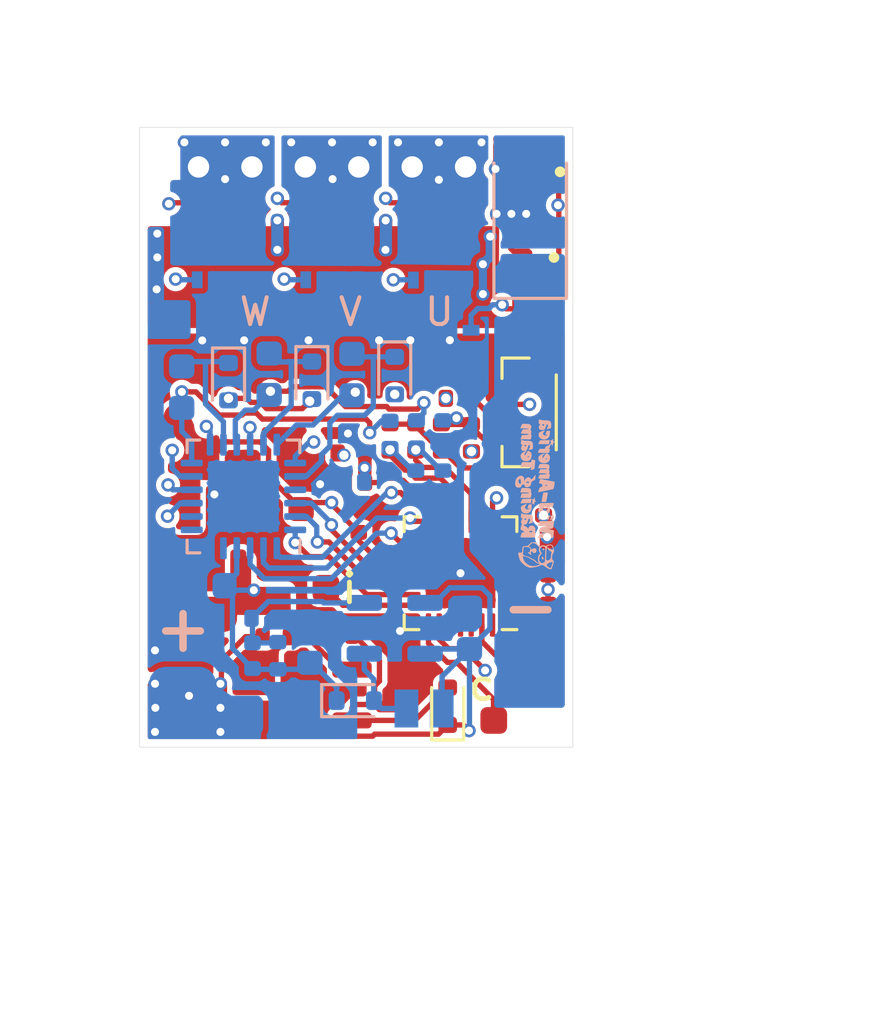
<source format=kicad_pcb>
(kicad_pcb (version 20221018) (generator pcbnew)
  (layers (0 "F.Cu" signal) (1 "In1.Cu" signal) (2 "In2.Cu" signal) (31 "B.Cu" signal) (34 "B.Paste" user) (35 "F.Paste" user) (36 "B.SilkS" user "B.Silkscreen") (37 "F.SilkS" user "F.Silkscreen") (38 "B.Mask" user) (39 "F.Mask" user) (44 "Edge.Cuts" user))
  (net 0 "")
  (net 1 "SVIN")
  (net 2 "GND")
  (net 3 "VCC")
  (net 4 "Net-(U1-FB)")
  (net 5 "VDC")
  (net 6 "VDD")
  (net 7 "Net-(D5-K)")
  (net 8 "Net-(D6-K)")
  (net 9 "Net-(D7-K)")
  (net 10 "VBUS")
  (net 11 "Net-(D1-A)")
  (net 12 "Net-(D2A-A)")
  (net 13 "Net-(D2A-K)")
  (net 14 "Net-(D2C-K)")
  (net 15 "GND1")
  (net 16 "Net-(D4-A)")
  (net 17 "U")
  (net 18 "V")
  (net 19 "W")
  (net 20 "Net-(J6-Pin_1)")
  (net 21 "Net-(J7-Pin_1)")
  (net 22 "Net-(Q1-B)")
  (net 23 "Net-(Q2B-E2)")
  (net 24 "Net-(Q2A-C1)")
  (net 25 "Net-(Q5-G)")
  (net 26 "Net-(Q6-G)")
  (net 27 "Net-(Q7-G)")
  (net 28 "Net-(Q8-G)")
  (net 29 "Net-(Q9-G)")
  (net 30 "Net-(Q10-G)")
  (net 31 "UE")
  (net 32 "VE")
  (net 33 "WE")
  (net 34 "S0")
  (net 35 "Net-(U4-NRST)")
  (net 36 "Net-(U4-PA15)")
  (net 37 "Net-(U4-PA2)")
  (net 38 "Net-(U4-PB6)")
  (net 40 "UL")
  (net 41 "VL")
  (net 42 "WL")
  (net 47 "UH")
  (net 48 "VH")
  (net 49 "WH")
  (net 57 "Net-(J4-Pin_1)")
  (net 58 "Net-(J4-Pin_2)")
  (net 59 "Net-(J5-Pin_1)")
  (net 60 "Net-(J1-Pin_1)")
  (footprint "Resistor_SMD:R_0402_1005Metric" (layer "F.Cu") (at 166.925 114.9 -90)
    (fp_text reference "R12" hide)
    (fp_text value "10k")
  )
  (footprint "Resistor_SMD:R_0402_1005Metric" (layer "F.Cu") (at 165 114.9 -90)
    (fp_text reference "R14" hide)
    (fp_text value "10k")
  )
  (footprint "Connector_Wire:SolderWire-0.15sqmm_1x01_D0.5mm_OD1.5mm" (layer "F.Cu") (at 157.83 104.77 -90)
    (fp_text reference "J11" hide)
    (fp_text value "Conn_01x01_Pin")
  )
  (footprint "Diode_SMD:D_SOD-523" (layer "F.Cu") (at 167.16 124.94 90)
    (fp_text reference "D1" hide)
    (fp_text value "BZX584C8V2")
  )
  (footprint "Resistor_SMD:R_0402_1005Metric" (layer "F.Cu") (at 165.9636 114.9 -90)
    (fp_text reference "R13" hide)
    (fp_text value "10k")
  )
  (footprint "TestPoint:TestPoint_Pad_D1.0mm" (layer "F.Cu") (at 157.025 114.125)
    (fp_text reference "TP3" hide)
    (fp_text value "TestPoint_Small")
  )
  (footprint "Resistor_SMD:R_0402_1005Metric" (layer "F.Cu") (at 169.418 123.5202 -90)
    (fp_text reference "R21" hide)
    (fp_text value "1k")
  )
  (footprint "Capacitor_SMD:C_0603_1608Metric" (layer "F.Cu") (at 160.8074 120.3706 90)
    (fp_text reference "C5" hide)
    (fp_text value "1uF")
  )
  (footprint "Capacitor_SMD:C_0603_1608Metric" (layer "F.Cu") (at 158.92 115.82)
    (fp_text reference "C6" hide)
    (fp_text value "2.2uF")
  )
  (footprint "AART11footprints:C_0805_2012Metric_22µF" (layer "F.Cu") (at 167.64 111.252 -90)
    (fp_text reference "C20" hide)
    (fp_text value "22uF")
  )
  (footprint "AART11footprints:C_0805_2012Metric_22µF" (layer "F.Cu") (at 163.9824 111.252 -90)
    (fp_text reference "C18" hide)
    (fp_text value "22uF")
  )
  (footprint "Resistor_SMD:R_0402_1005Metric" (layer "F.Cu") (at 164.09 122.29)
    (fp_text reference "R4" hide)
    (fp_text value "330R")
  )
  (footprint "AART11footprints:HDG 1x04 P0.6 Horizontal" (layer "F.Cu") (at 171.225 113.95 90)
    (fp_text reference "J4" hide)
    (fp_text value "Conn_01x04")
  )
  (footprint "Connector_Wire:SolderWire-0.15sqmm_1x01_D0.5mm_OD1.5mm" (layer "F.Cu") (at 161.83 104.77 -90)
    (fp_text reference "J9" hide)
    (fp_text value "Conn_01x01_Pin")
  )
  (footprint "Connector_Wire:SolderWire-0.15sqmm_1x01_D0.5mm_OD1.5mm" (layer "F.Cu") (at 167.83 104.77 -90)
    (fp_text reference "J2" hide)
    (fp_text value "Conn_01x01_Pin")
  )
  (footprint "Package_TO_SOT_SMD:SOT-363_SC-70-6" (layer "F.Cu") (at 170.175 106.35 -90)
    (fp_text reference "D2" hide)
    (fp_text value "MMBD4448HTW")
  )
  (footprint "Connector_Wire:SolderWire-0.15sqmm_1x01_D0.5mm_OD1.5mm" (layer "F.Cu") (at 159.83 104.77 -90)
    (fp_text reference "J10" hide)
    (fp_text value "Conn_01x01_Pin")
  )
  (footprint "Resistor_SMD:R_0402_1005Metric" (layer "F.Cu") (at 160.74 122.34)
    (fp_text reference "R1" hide)
    (fp_text value "10k")
  )
  (footprint "Capacitor_SMD:C_0805_2012Metric" (layer "F.Cu") (at 157.475 124.4 90)
    (fp_text reference "C11" hide)
    (fp_text value "22uF")
  )
  (footprint "AART11footprints:C_0805_2012Metric_22µF" (layer "F.Cu") (at 156.6672 111.252 -90)
    (fp_text reference "C14" hide)
    (fp_text value "22uF")
  )
  (footprint "Resistor_SMD:R_0402_1005Metric" (layer "F.Cu") (at 170.9166 121.625 -90)
    (fp_text reference "R18" hide)
    (fp_text value "10k")
  )
  (footprint "Package_TO_SOT_SMD:SOT-23" (layer "F.Cu") (at 164.5135 124.52)
    (fp_text reference "Q3" hide)
    (fp_text value "MMBFJ309")
  )
  (footprint "Capacitor_SMD:C_0402_1005Metric" (layer "F.Cu") (at 170.9166 119.55 90)
    (fp_text reference "C22" hide)
    (fp_text value "100nF")
  )
  (footprint "Capacitor_SMD:C_0402_1005Metric" (layer "F.Cu") (at 163.83 117.9576 90)
    (fp_text reference "C23" hide)
    (fp_text value "100nF")
  )
  (footprint "Resistor_SMD:R_0402_1005Metric" (layer "F.Cu") (at 163.5506 115.4684)
    (fp_text reference "R5" hide)
    (fp_text value "10k")
  )
  (footprint "Package_TO_SOT_SMD:SOT-23" (layer "F.Cu") (at 160.6616 124.52)
    (fp_text reference "Q1" hide)
    (fp_text value "FMMT718")
  )
  (footprint "Package_SON:VSON-8_3.3x3.3mm_P0.65mm_NexFET" (layer "F.Cu") (at 158.75 107.55 -90)
    (fp_text reference "Q9" hide)
    (fp_text value "AP90N03Q")
  )
  (footprint "Capacitor_SMD:C_0402_1005Metric" (layer "F.Cu") (at 163.575 116.575 180)
    (fp_text reference "C1" hide)
    (fp_text value "100nF")
  )
  (footprint "Package_SON:VSON-8_3.3x3.3mm_P0.65mm_NexFET" (layer "F.Cu") (at 166.8574 107.55 -90)
    (fp_text reference "Q5" hide)
    (fp_text value "AP90N03Q")
  )
  (footprint "AART11footprints:C_0805_2012Metric_22µF" (layer "F.Cu") (at 165.8112 111.252 -90)
    (fp_text reference "C19" hide)
    (fp_text value "22uF")
  )
  (footprint "AART11footprints:C_0805_2012Metric_22µF" (layer "F.Cu") (at 158.496 111.252 -90)
    (fp_text reference "C15" hide)
    (fp_text value "22uF")
  )
  (footprint "Connector_Wire:SolderWire-0.15sqmm_1x01_D0.5mm_OD1.5mm" (layer "F.Cu") (at 165.83 104.77 -90)
    (fp_text reference "J3" hide)
    (fp_text value "Conn_01x01_Pin")
  )
  (footprint "Resistor_SMD:R_0402_1005Metric" (layer "F.Cu") (at 170.175 111.175 180)
    (fp_text reference "R2" hide)
    (fp_text value "2k2")
  )
  (footprint "TestPoint:TestPoint_Pad_D1.0mm" (layer "F.Cu") (at 158.77 121.66)
    (fp_text reference "TP2" hide)
    (fp_text value "TestPoint_Small")
  )
  (footprint "Resistor_SMD:R_0402_1005Metric" (layer "F.Cu") (at 168.05 114.9 90)
    (fp_text reference "R9" hide)
    (fp_text value "10k")
  )
  (footprint "Resistor_SMD:R_0402_1005Metric" (layer "F.Cu") (at 167.6 113.425)
    (fp_text reference "R20" hide)
    (fp_text value "1k")
  )
  (footprint "Package_DFN_QFN:QFN-28-1EP_4x4mm_P0.4mm_EP2.6x2.6mm" (layer "F.Cu") (at 167.64 119.9642 180)
    (fp_text reference "U4" hide)
    (fp_text value "AT32F421G8U7")
  )
  (footprint "TestPoint:TestPoint_Pad_D1.0mm" (layer "F.Cu") (at 156.45 121.675)
    (fp_text reference "TP1" hide)
    (fp_text value "TestPoint_Small")
  )
  (footprint "TestPoint:TestPoint_Pad_1.0x1.0mm" (layer "F.Cu") (at 170.8912 123.5964 90)
    (fp_text reference "J7" hide)
    (fp_text value "Conn_01x01")
  )
  (footprint "Package_SON:VSON-8_3.3x3.3mm_P0.65mm_NexFET" (layer "F.Cu") (at 162.812 107.549 -90)
    (fp_text reference "Q7" hide)
    (fp_text value "AP90N03Q")
  )
  (footprint "Capacitor_SMD:C_0603_1608Metric" (layer "F.Cu") (at 161.671 116.7892 90)
    (fp_text reference "C21" hide)
    (fp_text value "10uF")
  )
  (footprint "Connector_Wire:SolderWire-0.15sqmm_1x01_D0.5mm_OD1.5mm" (layer "F.Cu") (at 163.83 104.77 -90)
    (fp_text reference "J8" hide)
    (fp_text value "Conn_01x01_Pin")
  )
  (footprint "AART11footprints:Pad0.5" (layer "F.Cu") (at 168.45 116.625)
    (fp_text reference "J1" hide)
    (fp_text value "Conn_01x01_Pin")
  )
  (footprint "Resistor_SMD:R_0402_1005Metric" (layer "F.Cu") (at 170.475 104.175 180)
    (fp_text reference "R3" hide)
    (fp_text value "4k7")
  )
  (footprint "TestPoint:TestPoint_Pad_1.0x1.0mm" (layer "F.Cu") (at 168.8846 125.47 90)
    (fp_text reference "J6" hide)
    (fp_text value "Conn_01x01")
  )
  (footprint "Package_TO_SOT_SMD:SOT-23-5" (layer "F.Cu") (at 158.369 118.6 90)
    (fp_text reference "U2" hide)
    (fp_text value "AP2210K-3.3TRG1")
  )
  (footprint "AART11footprints:C_0805_2012Metric_22µF" (layer "F.Cu") (at 160.3248 111.252 -90)
    (fp_text reference "C16" hide)
    (fp_text value "22uF")
  )
  (footprint "AART11footprints:C_0805_2012Metric_22µF" (layer "F.Cu") (at 162.1536 111.252 -90)
    (fp_text reference "C17" hide)
    (fp_text value "22uF")
  )
  (footprint "Package_TO_SOT_SMD:SOT-563" (layer "F.Cu") (at 170.225 109.325 -90)
    (fp_text reference "Q2" hide)
    (fp_text value "EMZ1T2R")
  )
  (footprint "Resistor_SMD:R_0402_1005Metric" (layer "F.Cu") (at 170.75 117.29 90)
    (fp_text reference "R19" hide)
    (fp_text value "1k")
  )
  (footprint "TestPoint:TestPoint_Pad_1.0x1.0mm" (layer "F.Cu") (at 162.6 120.53 90)
    (fp_text reference "J5" hide)
    (fp_text value "Conn_01x01")
  )
  (footprint "MidA:logo" (layer "B.Cu") (at 170.5 117 180)
    (fp_text reference "G***" hide)
    (fp_text value "LOGO" hide)
  )
  (footprint "Resistor_SMD:R_0402_1005Metric" (layer "B.Cu") (at 165 114.775 -90)
    (fp_text reference "R11" hide)
    (fp_text value "10k")
  )
  (footprint "AART11footprints:L_Sunltech_SLW2010P" (layer "B.Cu") (at 166.275 125.025 180)
    (fp_text reference "L1" hide)
    (fp_text value "10uH")
  )
  (footprint "Resistor_SMD:R_0402_1005Metric" (layer "B.Cu") (at 165.989 114.7572 -90)
    (fp_text reference "R10" hide)
    (fp_text value "10k")
  )
  (footprint "Capacitor_SMD:C_0402_1005Metric" (layer "B.Cu") (at 159.85 123.05 90)
    (fp_text reference "C2" hide)
    (fp_text value "10pF")
  )
  (footprint "Resistor_SMD:R_0402_1005Metric" (layer "B.Cu") (at 160.325 121.65)
    (fp_text reference "R8" hide)
    (fp_text value "10k")
  )
  (footprint "Capacitor_SMD:C_0603_1608Metric" (layer "B.Cu") (at 162 122.54 90)
    (fp_text reference "C3" hide)
    (fp_text value "1uF")
  )
  (footprint "Diode_SMD:D_SOD-523" (layer "B.Cu") (at 163.7 124.73)
    (fp_text reference "D4" hide)
    (fp_text value "RB521SM-40T2R")
  )
  (footprint "TestPoint:TestPoint_Pad_2.5x2.5mm" (layer "B.Cu") (at 170.3 123.475 180)
    (fp_text reference "GND1" hide)
    (fp_text value "TestPoint")
  )
  (footprint "TestPoint:TestPoint_Pad_2.5x2.5mm" (layer "B.Cu") (at 157.23 124.714 180)
    (fp_text reference "+")
    (fp_text value "TestPoint")
  )
  (footprint "Diode_SMD:D_SOD-523" (layer "B.Cu") (at 162.075 112.75 -90)
    (fp_text reference "D6" hide)
    (fp_text value "RB521SM-40T2R")
  )
  (footprint "Package_SON:VSON-8_3.3x3.3mm_P0.65mm_NexFET" (layer "B.Cu") (at 166.8453 107.5612 90)
    (fp_text reference "Q6" hide)
    (fp_text value "AP90N03Q")
  )
  (footprint "Resistor_SMD:R_0402_1005Metric" (layer "B.Cu") (at 163.525 116.55 180)
    (fp_text reference "R6" hide)
    (fp_text value "2k2")
  )
  (footprint "Capacitor_SMD:C_0805_2012Metric" (layer "B.Cu") (at 160.7 125.275)
    (fp_text reference "C12" hide)
    (fp_text value "22uF")
  )
  (footprint "Diode_SMD:D_SOD-523" (layer "B.Cu") (at 165.1762 112.5728 -90)
    (fp_text reference "D5" hide)
    (fp_text value "RB521SM-40T2R")
  )
  (footprint "Package_SON:VSON-8_3.3x3.3mm_P0.65mm_NexFET" (layer "B.Cu") (at 158.75 107.55 90)
    (fp_text reference "Q10" hide)
    (fp_text value "AP90N03Q")
  )
  (footprint "Package_SON:VSON-8_3.3x3.3mm_P0.65mm_NexFET" (layer "B.Cu") (at 162.814 107.55 90)
    (fp_text reference "Q8" hide)
    (fp_text value "AP90N03Q")
  )
  (footprint "Capacitor_SMD:C_0603_1608Metric" (layer "B.Cu") (at 167.975 122.025 90)
    (fp_text reference "C4" hide)
    (fp_text value "2.2uF")
  )
  (footprint "Package_SON:VSON-8_3.3x3.3mm_P0.65mm_NexFET" (layer "B.Cu") (at 169.475 111.85)
    (fp_text reference "Q4" hide)
    (fp_text value "AON7418")
  )
  (footprint "Resistor_SMD:R_0402_1005Metric" (layer "B.Cu") (at 165.9636 116.6368 -90)
    (fp_text reference "R17" hide)
    (fp_text value "2k2")
  )
  (footprint "Resistor_SMD:R_0402_1005Metric" (layer "B.Cu") (at 166.9796 114.7572 -90)
    (fp_text reference "R15" hide)
    (fp_text value "2k2")
  )
  (footprint "Package_DFN_QFN:QFN-24-1EP_4x4mm_P0.5mm_EP2.6x2.6mm" (layer "B.Cu") (at 159.512 117.094 90)
    (fp_text reference "U3" hide)
    (fp_text value "FD6288Q")
  )
  (footprint "Capacitor_SMD:C_0603_1608Metric" (layer "B.Cu") (at 158.03 120.43 180)
    (fp_text reference "C10" hide)
    (fp_text value "1uF")
  )
  (footprint "Diode_SMD:D_SOD-523" (layer "B.Cu") (at 158.9532 112.8014 -90)
    (fp_text reference "D7" hide)
    (fp_text value "RB521SM-40T2R")
  )
  (footprint "Capacitor_SMD:C_0603_1608Metric" (layer "B.Cu") (at 163.576 112.5344 -90)
    (fp_text reference "C7" hide)
    (fp_text value "220nF")
  )
  (footprint "Capacitor_SMD:C_0805_2012Metric" (layer "B.Cu") (at 157.8 110.475)
    (fp_text reference "C13" hide)
    (fp_text value "22uF")
  )
  (footprint "Diode_SMD:D_SOD-128" (layer "B.Cu") (at 170.25 106.525 90)
    (fp_text reference "D3" hide)
    (fp_text value "PMEG3030EP")
  )
  (footprint "Package_TO_SOT_SMD:SOT-23-5" (layer "B.Cu") (at 165.175 122.025)
    (fp_text reference "U1" hide)
    (fp_text value "AP3015KTR-G1")
  )
  (footprint "Capacitor_SMD:C_0603_1608Metric" (layer "B.Cu") (at 157.2006 113.0046 -90)
    (fp_text reference "C9" hide)
    (fp_text value "220nF")
  )
  (footprint "Resistor_SMD:R_0402_1005Metric" (layer "B.Cu") (at 166.9796 116.6368 -90)
    (fp_text reference "R16" hide)
    (fp_text value "2k2")
  )
  (footprint "Capacitor_SMD:C_0603_1608Metric" (layer "B.Cu") (at 160.475 112.522 -90)
    (fp_text reference "C8" hide)
    (fp_text value "220nF")
  )
  (footprint "Resistor_SMD:R_0402_1005Metric" (layer "B.Cu") (at 160.8 123.05 90)
    (fp_text reference "R7" hide)
    (fp_text value "91k")
  )
  (gr_rect (start 155.6258 103.29) (end 171.847 126.471) (stroke (width 0.02)) (fill none) (layer "Edge.Cuts"))
  (gr_text "" (at 169.775 118.7 -90) (layer "B.SilkS") (effects (font (size 1 1) (thickness 0.153)) (justify left bottom mirror)))
  (gr_text "V" (at 164.05 110.775) (layer "B.SilkS") (effects (font (size 1 1) (thickness 0.153)) (justify left bottom mirror)))
  (gr_text "-" (at 171.5 122.2) (layer "B.SilkS") (effects (font (size 1.7 1.7) (thickness 0.28) bold) (justify left bottom mirror)))
  (gr_text "W" (at 160.625 110.775) (layer "B.SilkS") (effects (font (size 1 1) (thickness 0.153)) (justify left bottom mirror)))
  (gr_text "U" (at 167.475 110.775) (layer "B.SilkS") (effects (font (size 1 1) (thickness 0.153)) (justify left bottom mirror)))
  (gr_text "" (at 168.175 113.675 270) (layer "B.SilkS") (effects (font (size 1 1) (thickness 0.153)) (justify right bottom mirror)))
  (gr_text "i" (at 163.1 121.175) (layer "F.SilkS") (effects (font (size 1.1 1.1) (thickness 0.18) bold) (justify left bottom)))
  (gr_text "c" (at 167.85 124.8) (layer "F.SilkS") (effects (font (size 1.1 1.1) (thickness 0.18) bold) (justify left bottom)))
  (segment (start 164.74 116.41) (end 165.273676 116.41) (width 0.2) (layer "F.Cu") (net 1))
  (segment (start 167.24 117.327154) (end 167.24 118.0267) (width 0.2) (layer "F.Cu") (net 1))
  (segment (start 165.806656 116.8082) (end 166.721046 116.8082) (width 0.2) (layer "F.Cu") (net 1))
  (segment (start 165.360276 116.4966) (end 165.495056 116.4966) (width 0.2) (layer "F.Cu") (net 1))
  (segment (start 166.721046 116.8082) (end 167.24 117.327154) (width 0.2) (layer "F.Cu") (net 1))
  (segment (start 164.575 116.575) (end 164.74 116.41) (width 0.2) (layer "F.Cu") (net 1))
  (segment (start 165.273676 116.41) (end 165.360276 116.4966) (width 0.2) (layer "F.Cu") (net 1))
  (segment (start 164.0606 116.0144) (end 164.05 116.025) (width 0.2) (layer "F.Cu") (net 1))
  (segment (start 164.055 116.575) (end 164.055 116.03) (width 0.5) (layer "F.Cu") (net 1))
  (segment (start 164.055 116.03) (end 164.05 116.025) (width 0.2) (layer "F.Cu") (net 1))
  (segment (start 165.495056 116.4966) (end 165.806656 116.8082) (width 0.2) (layer "F.Cu") (net 1))
  (segment (start 164.0606 115.4684) (end 164.0606 116.0144) (width 0.5) (layer "F.Cu") (net 1))
  (segment (start 164.055 116.575) (end 164.575 116.575) (width 0.2) (layer "F.Cu") (net 1))
  (via (at 164.05 116.025) (size 0.5) (drill 0.3) (layers "F.Cu" "B.Cu") (net 1))
  (segment (start 164.05 116.535) (end 164.035 116.55) (width 0.2) (layer "B.Cu") (net 1))
  (segment (start 164.05 116.025) (end 164.05 116.535) (width 0.2) (layer "B.Cu") (net 1))
  (segment (start 168.627 112.202) (end 167.64 112.202) (width 0.2) (layer "F.Cu") (net 2))
  (segment (start 165.182782 119.1642) (end 165.024291 119.005709) (width 0.2) (layer "F.Cu") (net 2))
  (segment (start 165.7025 119.1642) (end 165.182782 119.1642) (width 0.2) (layer "F.Cu") (net 2))
  (segment (start 164.6 122.29) (end 165.451 123.141) (width 0.2) (layer "F.Cu") (net 2))
  (segment (start 165.451 123.141) (end 165.451 124.52) (width 0.2) (layer "F.Cu") (net 2))
  (segment (start 169.475 113.05) (end 168.627 112.202) (width 0.2) (layer "F.Cu") (net 2))
  (via (at 158.424535 117.017079) (size 0.5) (drill 0.3) (layers "F.Cu" "B.Cu") (net 2))
  (via (at 169.545 106.525) (size 0.5) (drill 0.3) (layers "F.Cu" "B.Cu") (net 2))
  (via (at 165.7607 111.252) (size 0.5) (drill 0.3) (layers "F.Cu" "B.Cu") (net 2))
  (via (at 168.99 106.525) (size 0.5) (drill 0.3) (layers "F.Cu" "B.Cu") (net 2))
  (via (at 167.64 119.9642) (size 0.5) (drill 0.3) (layers "F.Cu" "B.Cu") (net 2))
  (via (at 170.1 106.525) (size 0.5) (drill 0.3) (layers "F.Cu" "B.Cu") (net 2))
  (via (at 162.3822 116.6368) (size 0.5) (drill 0.3) (layers "F.Cu" "B.Cu") (net 2))
  (via (at 157.969367 111.258767) (size 0.5) (drill 0.3) (layers "F.Cu" "B.Cu") (net 2))
  (via (at 161.9504 111.252) (size 0.5) (drill 0.3) (layers "F.Cu" "B.Cu") (net 2))
  (via (at 163.425 114.7395) (size 0.5) (drill 0.3) (layers "F.Cu" "B.Cu") (net 2))
  (via (at 167.2397 111.25) (size 0.5) (drill 0.3) (layers "F.Cu" "B.Cu") (net 2))
  (via (at 164.592 111.252) (size 0.5) (drill 0.3) (layers "F.Cu" "B.Cu") (net 2))
  (via (at 165.375 122.125) (size 0.5) (drill 0.3) (layers "F.Cu" "B.Cu") (net 2))
  (via (at 156.2 122.85) (size 0.5) (drill 0.3) (layers "F.Cu" "B.Cu") (net 2))
  (via (at 168.950695 104.844658) (size 0.5) (drill 0.3) (layers "F.Cu" "B.Cu") (net 2))
  (via (at 159.537882 111.254706) (size 0.5) (drill 0.3) (layers "F.Cu" "B.Cu") (net 2))
  (via (at 170.8825 118.614) (size 0.5) (drill 0.3) (layers "F.Cu" "B.Cu") (net 2))
  (segment (start 164.0375 122.025) (end 164.1525 122.14) (width 0.2) (layer "B.Cu") (net 2))
  (segment (start 164.0375 122.025) (end 162.26 122.025) (width 0.2) (layer "B.Cu") (net 2))
  (segment (start 165.375 122.125) (end 165.39 122.14) (width 0.2) (layer "B.Cu") (net 2))
  (segment (start 167.085 122.14) (end 167.975 121.25) (width 0.2) (layer "B.Cu") (net 2))
  (segment (start 164.1525 122.14) (end 165.36 122.14) (width 0.2) (layer "B.Cu") (net 2))
  (segment (start 162.26 122.025) (end 162 121.765) (width 0.2) (layer "B.Cu") (net 2))
  (segment (start 165.36 122.14) (end 165.375 122.125) (width 0.2) (layer "B.Cu") (net 2))
  (segment (start 165.39 122.14) (end 167.085 122.14) (width 0.2) (layer "B.Cu") (net 2))
  (segment (start 159.8972 120.9466) (end 160.0962 121.1456) (width 0.2) (layer "F.Cu") (net 3))
  (segment (start 160.146062 113.574875) (end 159.787375 113.574875) (width 0.2) (layer "F.Cu") (net 3))
  (segment (start 159.319 120.725) (end 159.319 119.7375) (width 0.2) (layer "F.Cu") (net 3))
  (segment (start 161.713946 113.81) (end 160.381187 113.81) (width 0.2) (layer "F.Cu") (net 3))
  (segment (start 158.77 120.9774) (end 158.8008 120.9466) (width 0.2) (layer "F.Cu") (net 3))
  (segment (start 159.8972 120.6028) (end 159.8972 120.9466) (width 0.2) (layer "F.Cu") (net 3))
  (segment (start 158.8008 120.9466) (end 159.0974 120.9466) (width 0.2) (layer "F.Cu") (net 3))
  (segment (start 160.381187 113.81) (end 160.146062 113.574875) (width 0.2) (layer "F.Cu") (net 3))
  (segment (start 161.992446 113.5315) (end 161.713946 113.81) (width 0.2) (layer "F.Cu") (net 3))
  (segment (start 160.0962 121.1456) (end 160.8074 121.1456) (width 0.2) (layer "F.Cu") (net 3))
  (segment (start 159.787375 113.574875) (end 159.637875 113.425375) (width 0.2) (layer "F.Cu") (net 3))
  (segment (start 162.018183 113.5315) (end 161.851483 113.6982) (width 0.2) (layer "F.Cu") (net 3))
  (segment (start 171.32 110.54) (end 170.685 111.175) (width 0.2) (layer "F.Cu") (net 3))
  (segment (start 171.2975 106.2) (end 171.32 106.2225) (width 0.2) (layer "F.Cu") (net 3))
  (segment (start 159.637875 113.425375) (end 158.9532 113.425375) (width 0.2) (layer "F.Cu") (net 3))
  (segment (start 159.0974 120.9466) (end 159.319 120.725) (width 0.2) (layer "F.Cu") (net 3))
  (segment (start 158.77 121.66) (end 158.77 120.9774) (width 0.2) (layer "F.Cu") (net 3))
  (segment (start 171.315 106.1825) (end 171.315 104.505) (width 0.2) (layer "F.Cu") (net 3))
  (segment (start 159.0974 120.9466) (end 159.3342 120.9466) (width 0.2) (layer "F.Cu") (net 3))
  (segment (start 171.32 106.2225) (end 171.32 110.54) (width 0.2) (layer "F.Cu") (net 3))
  (segment (start 171.315 104.505) (end 170.985 104.175) (width 0.2) (layer "F.Cu") (net 3))
  (segment (start 157.419 120.773599) (end 157.592001 120.9466) (width 0.2) (layer "F.Cu") (net 3))
  (segment (start 171.2975 106.2) (end 171.315 106.1825) (width 0.2) (layer "F.Cu") (net 3))
  (segment (start 157.419 119.7375) (end 157.419 120.773599) (width 0.2) (layer "F.Cu") (net 3))
  (segment (start 159.3342 120.9466) (end 159.8972 120.9466) (width 0.2) (layer "F.Cu") (net 3))
  (segment (start 159.1138 120.9466) (end 159.3342 120.9466) (width 0.2) (layer "F.Cu") (net 3))
  (segment (start 159.9 120.6) (end 159.8972 120.6028) (width 0.2) (layer "F.Cu") (net 3))
  (segment (start 157.592001 120.9466) (end 158.8008 120.9466) (width 0.2) (layer "F.Cu") (net 3))
  (via (at 161.992446 113.5315) (size 0.5) (drill 0.35) (layers "F.Cu" "B.Cu") (net 3))
  (via (at 158.9532 113.425375) (size 0.5) (drill 0.35) (layers "F.Cu" "B.Cu") (net 3))
  (via (at 159.9 120.6) (size 0.5) (drill 0.3) (layers "F.Cu" "B.Cu") (net 3))
  (via (at 171.29 106.2) (size 0.5) (drill 0.3) (layers "F.Cu" "B.Cu") (net 3))
  (via (at 165.1762 113.2728) (size 0.5) (drill 0.35) (layers "F.Cu" "B.Cu") (net 3))
  (segment (start 162 123.315) (end 162.0754 123.315) (width 0.2) (layer "B.Cu") (net 3))
  (segment (start 162.0754 123.315) (end 163.0172 124.2568) (width 0.2) (layer "B.Cu") (net 3))
  (segment (start 161.755 123.56) (end 162 123.315) (width 0.2) (layer "B.Cu") (net 3))
  (segment (start 159.262 119.973) (end 158.805 120.43) (width 0.2) (layer "B.Cu") (net 3))
  (segment (start 159.85 123.53) (end 159.55 123.23) (width 0.2) (layer "B.Cu") (net 3))
  (segment (start 159.55 123.225) (end 159.1 122.775) (width 0.2) (layer "B.Cu") (net 3))
  (segment (start 160.8 123.56) (end 159.88 123.56) (width 0.2) (layer "B.Cu") (net 3))
  (segment (start 159.55 123.23) (end 159.55 123.225) (width 0.2) (layer "B.Cu") (net 3))
  (segment (start 159.1 120.725) (end 158.805 120.43) (width 0.2) (layer "B.Cu") (net 3))
  (segment (start 158.975 120.6) (end 158.805 120.43) (width 0.2) (layer "B.Cu") (net 3))
  (segment (start 159.1 122.775) (end 159.1 120.725) (width 0.2) (layer "B.Cu") (net 3))
  (segment (start 163.0172 124.2568) (end 163 124.274) (width 0.2) (layer "B.Cu") (net 3))
  (segment (start 159.262 119.0315) (end 159.262 119.973) (width 0.2) (layer "B.Cu") (net 3))
  (segment (start 163 124.274) (end 163 124.73) (width 0.2) (layer "B.Cu") (net 3))
  (segment (start 159.88 123.56) (end 159.85 123.53) (width 0.2) (layer "B.Cu") (net 3))
  (segment (start 160.8 123.56) (end 161.755 123.56) (width 0.2) (layer "B.Cu") (net 3))
  (segment (start 159.9 120.6) (end 158.975 120.6) (width 0.2) (layer "B.Cu") (net 3))
  (segment (start 159.815 121.65) (end 160.44 121.025) (width 0.2) (layer "B.Cu") (net 4))
  (segment (start 162.519556 121.075) (end 164.0375 121.075) (width 0.2) (layer "B.Cu") (net 4))
  (segment (start 160.44 121.025) (end 162.469556 121.025) (width 0.2) (layer "B.Cu") (net 4))
  (segment (start 160.77 122.57) (end 159.85 122.57) (width 0.2) (layer "B.Cu") (net 4))
  (segment (start 159.85 122.57) (end 159.85 121.685) (width 0.2) (layer "B.Cu") (net 4))
  (segment (start 162.469556 121.025) (end 162.519556 121.075) (width 0.2) (layer "B.Cu") (net 4))
  (segment (start 160.8 122.54) (end 160.77 122.57) (width 0.2) (layer "B.Cu") (net 4))
  (segment (start 159.85 121.685) (end 159.815 121.65) (width 0.2) (layer "B.Cu") (net 4))
  (segment (start 164.34991 126.06) (end 162.257074 126.06) (width 0.2) (layer "F.Cu") (net 5))
  (segment (start 164.42591 125.984) (end 164.34991 126.06) (width 0.2) (layer "F.Cu") (net 5))
  (segment (start 161.5991 125.402026) (end 161.5991 124.52) (width 0.2) (layer "F.Cu") (net 5))
  (segment (start 166.816 125.984) (end 164.42591 125.984) (width 0.2) (layer "F.Cu") (net 5))
  (segment (start 162.257074 126.06) (end 161.5991 125.402026) (width 0.2) (layer "F.Cu") (net 5))
  (segment (start 167.16 125.64) (end 166.816 125.984) (width 0.2) (layer "F.Cu") (net 5))
  (segment (start 167.746092 125.64) (end 167.16 125.64) (width 0.2) (layer "F.Cu") (net 5))
  (segment (start 167.957788 125.851696) (end 167.746092 125.64) (width 0.2) (layer "F.Cu") (net 5))
  (via (at 167.957788 125.851696) (size 0.5) (drill 0.3) (layers "F.Cu" "B.Cu") (net 5))
  (segment (start 168.444556 120.51) (end 167.24 120.51) (width 0.2) (layer "B.Cu") (net 5))
  (segment (start 167.975 122.8) (end 168.74 122.035) (width 0.2) (layer "B.Cu") (net 5))
  (segment (start 166.4875 122.8) (end 166.3125 122.975) (width 0.2) (layer "B.Cu") (net 5))
  (segment (start 167.975 125.834484) (end 167.957788 125.851696) (width 0.2) (layer "B.Cu") (net 5))
  (segment (start 168.74 120.805444) (end 168.444556 120.51) (width 0.2) (layer "B.Cu") (net 5))
  (segment (start 166.95 125.025) (end 166.95 123.825) (width 0.2) (layer "B.Cu") (net 5))
  (segment (start 167.975 122.8) (end 166.4875 122.8) (width 0.2) (layer "B.Cu") (net 5))
  (segment (start 166.95 123.825) (end 167.975 122.8) (width 0.2) (layer "B.Cu") (net 5))
  (segment (start 167.24 120.51) (end 166.675 121.075) (width 0.2) (layer "B.Cu") (net 5))
  (segment (start 168.74 122.035) (end 168.74 120.805444) (width 0.2) (layer "B.Cu") (net 5))
  (segment (start 167.975 122.8) (end 167.975 125.834484) (width 0.2) (layer "B.Cu") (net 5))
  (segment (start 166.675 121.075) (end 166.3125 121.075) (width 0.2) (layer "B.Cu") (net 5))
  (segment (start 157.1752 114.2752) (end 157.1752 114.3508) (width 0.2) (layer "F.Cu") (net 6))
  (segment (start 157.419 117.4625) (end 157.419 116.546) (width 0.2) (layer "F.Cu") (net 6))
  (segment (start 158.910125 115.054875) (end 158.90525 115.05) (width 0.2) (layer "F.Cu") (net 6))
  (segment (start 161.671 117.5642) (end 160.4528 116.346) (width 0.2) (layer "F.Cu") (net 6))
  (segment (start 158.575 115.05) (end 158.575 115.39) (width 0.2) (layer "F.Cu") (net 6))
  (segment (start 157.025 114.125) (end 157.025 114.152918) (width 0.2) (layer "F.Cu") (net 6))
  (segment (start 162.814 117.3226) (end 161.9126 117.3226) (width 0.2) (layer "F.Cu") (net 6))
  (segment (start 170.4392 119.5642) (end 169.5775 119.5642) (width 0.2) (layer "F.Cu") (net 6))
  (segment (start 163.356708 117.930124) (end 162.814 117.387416) (width 0.2) (layer "F.Cu") (net 6))
  (segment (start 164.6442 119.5642) (end 165.7025 119.5642) (width 0.2) (layer "F.Cu") (net 6))
  (segment (start 163.356708 117.965842) (end 163.356708 117.930124) (width 0.2) (layer "F.Cu") (net 6))
  (segment (start 170.9166 120.575) (end 170.9166 121.115) (width 0.2) (layer "F.Cu") (net 6))
  (segment (start 160.4528 116.346) (end 160.4528 115.368244) (width 0.2) (layer "F.Cu") (net 6))
  (segment (start 170.4392 119.5642) (end 170.905 120.03) (width 0.2) (layer "F.Cu") (net 6))
  (segment (start 158.575 115.39) (end 158.145 115.82) (width 0.2) (layer "F.Cu") (net 6))
  (segment (start 163.828466 118.4376) (end 163.356708 117.965842) (width 0.2) (layer "F.Cu") (net 6))
  (segment (start 157.025 114.125) (end 157.1752 114.2752) (width 0.2) (layer "F.Cu") (net 6))
  (segment (start 158.90525 115.05) (end 158.575 115.05) (width 0.2) (layer "F.Cu") (net 6))
  (segment (start 163.83 118.75) (end 163.83 118.4376) (width 0.2) (layer "F.Cu") (net 6))
  (segment (start 160.4528 115.368244) (end 160.139431 115.054875) (width 0.2) (layer "F.Cu") (net 6))
  (segment (start 161.9126 117.3226) (end 161.671 117.5642) (width 0.2) (layer "F.Cu") (net 6))
  (segment (start 160.139431 115.054875) (end 158.910125 115.054875) (width 0.2) (layer "F.Cu") (net 6))
  (segment (start 157.025 114.152918) (end 157.6578 114.785718) (width 0.2) (layer "F.Cu") (net 6))
  (segment (start 163.83 118.4376) (end 163.828466 118.4376) (width 0.2) (layer "F.Cu") (net 6))
  (segment (start 170.9166 120.575) (end 170.9166 120.03) (width 0.2) (layer "F.Cu") (net 6))
  (segment (start 157.6578 114.785718) (end 157.6578 115.3328) (width 0.2) (layer "F.Cu") (net 6))
  (segment (start 164.6442 119.5642) (end 163.83 118.75) (width 0.2) (layer "F.Cu") (net 6))
  (segment (start 162.814 117.387416) (end 162.814 117.3226) (width 0.2) (layer "F.Cu") (net 6))
  (segment (start 170.905 120.03) (end 170.9166 120.03) (width 0.2) (layer "F.Cu") (net 6))
  (segment (start 157.6578 115.3328) (end 158.145 115.82) (width 0.2) (layer "F.Cu") (net 6))
  (segment (start 157.419 116.546) (end 158.145 115.82) (width 0.2) (layer "F.Cu") (net 6))
  (via (at 162.814 117.3226) (size 0.5) (drill 0.3) (layers "F.Cu" "B.Cu") (net 6))
  (via (at 170.9166 120.575) (size 0.5) (drill 0.3) (layers "F.Cu" "B.Cu") (net 6))
  (segment (start 161.862244 116.344) (end 162.432377 115.773867) (width 0.2) (layer "B.Cu") (net 7))
  (segment (start 163.0292 114.0594) (end 164.049696 114.0594) (width 0.2) (layer "B.Cu") (net 7))
  (segment (start 162.432377 115.773867) (end 162.432377 115.531846) (width 0.2) (layer "B.Cu") (net 7))
  (segment (start 164.3738 111.874) (end 164.375 111.8728) (width 0.2) (layer "B.Cu") (net 7))
  (segment (start 164.3738 113.735296) (end 164.3738 111.874) (width 0.2) (layer "B.Cu") (net 7))
  (segment (start 164.375 111.8728) (end 163.6894 111.8728) (width 0.2) (layer "B.Cu") (net 7))
  (segment (start 164.049696 114.0594) (end 164.3738 113.735296) (width 0.2) (layer "B.Cu") (net 7))
  (segment (start 163.6894 111.8728) (end 163.576 111.7594) (width 0.2) (layer "B.Cu") (net 7))
  (segment (start 161.4495 116.344) (end 161.862244 116.344) (width 0.2) (layer "B.Cu") (net 7))
  (segment (start 162.748701 115.215522) (end 162.748701 114.339899) (width 0.2) (layer "B.Cu") (net 7))
  (segment (start 162.748701 114.339899) (end 163.0292 114.0594) (width 0.2) (layer "B.Cu") (net 7))
  (segment (start 165.1762 111.8728) (end 164.375 111.8728) (width 0.2) (layer "B.Cu") (net 7))
  (segment (start 162.432377 115.531846) (end 162.748701 115.215522) (width 0.2) (layer "B.Cu") (net 7))
  (segment (start 161.176 112.0636) (end 160.7916 112.0636) (width 0.2) (layer "B.Cu") (net 8))
  (segment (start 161.3 113.691614) (end 160.262 114.729614) (width 0.2) (layer "B.Cu") (net 8))
  (segment (start 161.3 113.691614) (end 161.3 112.05) (width 0.2) (layer "B.Cu") (net 8))
  (segment (start 161.1896 112.05) (end 161.176 112.0636) (width 0.2) (layer "B.Cu") (net 8))
  (segment (start 160.262 114.729614) (end 160.262 115.1565) (width 0.2) (layer "B.Cu") (net 8))
  (segment (start 162.075 112.05) (end 161.3 112.05) (width 0.2) (layer "B.Cu") (net 8))
  (segment (start 161.3 112.05) (end 161.1896 112.05) (width 0.2) (layer "B.Cu") (net 8))
  (segment (start 160.7916 112.0636) (end 160.475 111.747) (width 0.2) (layer "B.Cu") (net 8))
  (segment (start 158.762 115.1565) (end 158.762 114.300752) (width 0.2) (layer "B.Cu") (net 9))
  (segment (start 158.0896 113.628352) (end 158.0896 112.0506) (width 0.2) (layer "B.Cu") (net 9))
  (segment (start 157.3796 112.0506) (end 157.2006 112.2296) (width 0.2) (layer "B.Cu") (net 9))
  (segment (start 158.75 112.0506) (end 158.0896 112.0506) (width 0.2) (layer "B.Cu") (net 9))
  (segment (start 158.0896 112.0506) (end 157.3796 112.0506) (width 0.2) (layer "B.Cu") (net 9))
  (segment (start 158.762 114.300752) (end 158.0896 113.628352) (width 0.2) (layer "B.Cu") (net 9))
  (segment (start 170.225 113.65) (end 169.475 113.65) (width 0.2) (layer "F.Cu") (net 10))
  (segment (start 157.1905 125.38) (end 157.445 125.38) (width 0.2) (layer "F.Cu") (net 10))
  (segment (start 169.725 109.065) (end 169.725 108.575) (width 0.2) (layer "F.Cu") (net 10))
  (segment (start 158.58845 124.230668) (end 158.6866 124.328818) (width 0.2) (layer "F.Cu") (net 10))
  (segment (start 158.6866 123.24359) (end 159.59019 122.34) (width 0.2) (layer "F.Cu") (net 10))
  (segment (start 164.8362 106.771382) (end 164.8362 107.862944) (width 0.5) (layer "F.Cu") (net 10))
  (segment (start 168.7576 107.3826) (end 168.7576 108.1278) (width 0.5) (layer "F.Cu") (net 10))
  (segment (start 160.782 106.767639) (end 160.782 107.866817) (width 0.5) (layer "F.Cu") (net 10))
  (segment (start 170.725 109.05) (end 170.56 109.215) (width 0.2) (layer "F.Cu") (net 10))
  (segment (start 168.7576 108.1278) (end 168.4782 108.4072) (width 0.2) (layer "F.Cu") (net 10))
  (segment (start 170.56 109.215) (end 169.875 109.215) (width 0.2) (layer "F.Cu") (net 10))
  (segment (start 158.6866 124.132518) (end 158.6866 123.24359) (width 0.2) (layer "F.Cu") (net 10))
  (segment (start 159.5797 125.47) (end 159.7241 125.47) (width 0.2) (layer "F.Cu") (net 10))
  (segment (start 160.782 107.866817) (end 160.781678 107.867139) (width 0.2) (layer "F.Cu") (net 10))
  (segment (start 168.75 107.375) (end 168.7576 107.3826) (width 0.5) (layer "F.Cu") (net 10))
  (segment (start 157.445 125.38) (end 157.475 125.35) (width 0.2) (layer "F.Cu") (net 10))
  (segment (start 158.58845 124.230668) (end 158.6866 124.132518) (width 0.2) (layer "F.Cu") (net 10))
  (segment (start 164.8362 107.862944) (end 164.828262 107.870882) (width 0.2) (layer "F.Cu") (net 10))
  (segment (start 169.875 109.215) (end 169.725 109.065) (width 0.2) (layer "F.Cu") (net 10))
  (segment (start 158.65 124.1) (end 158.65 125.125) (width 0.5) (layer "F.Cu") (net 10))
  (segment (start 168.646 108.575) (end 168.4782 108.4072) (width 0.2) (layer "F.Cu") (net 10))
  (segment (start 170.725 108.575) (end 170.725 109.05) (width 0.2) (layer "F.Cu") (net 10))
  (segment (start 169.725 108.575) (end 168.646 108.575) (width 0.2) (layer "F.Cu") (net 10))
  (segment (start 159.59019 122.34) (end 160.23 122.34) (width 0.2) (layer "F.Cu") (net 10))
  (via (at 163.275 115.551) (size 0.5) (drill 0.35) (layers "F.Cu" "B.Cu") (net 10))
  (via (at 156.2862 108.1532) (size 0.5) (drill 0.3) (layers "F.Cu" "B.Cu") (net 10))
  (via (at 168.75 107.375) (size 0.5) (drill 0.3) (layers "F.Cu" "B.Cu") (net 10))
  (via (at 158.65 125.9) (size 0.5) (drill 0.3) (layers "F.Cu" "B.Cu") (net 10))
  (via (at 156.21265 125) (size 0.5) (drill 0.3) (layers "F.Cu" "B.Cu") (net 10))
  (via (at 156.2 125.9) (size 0.5) (drill 0.3) (layers "F.Cu" "B.Cu") (net 10))
  (via (at 164.828262 107.870882) (size 0.5) (drill 0.3) (layers "F.Cu" "B.Cu") (net 10))
  (via (at 170.225 113.65) (size 0.5) (drill 0.3) (layers "F.Cu" "B.Cu") (net 10))
  (via (at 158.65 125) (size 0.5) (drill 0.3) (layers "F.Cu" "B.Cu") (net 10))
  (via (at 157.475 124.55) (size 0.5) (drill 0.3) (layers "F.Cu" "B.Cu") (net 10))
  (via (at 158.65 124.1) (size 0.5) (drill 0.3) (layers "F.Cu" "B.Cu") (net 10))
  (via (at 160.782 106.767639) (size 0.5) (drill 0.3) (layers "F.Cu" "B.Cu") (net 10))
  (via (at 160.781678 107.867139) (size 0.5) (drill 0.3) (layers "F.Cu" "B.Cu") (net 10))
  (via (at 168.4782 109.5248) (size 0.5) (drill 0.3) (layers "F.Cu" "B.Cu") (net 10))
  (via (at 168.4782 108.4072) (size 0.5) (drill 0.3) (layers "F.Cu" "B.Cu") (net 10))
  (via (at 164.8362 106.771382) (size 0.5) (drill 0.3) (layers "F.Cu" "B.Cu") (net 10))
  (via (at 156.2 124.1) (size 0.5) (drill 0.3) (layers "F.Cu" "B.Cu") (net 10))
  (via (at 156.2862 107.2642) (size 0.5) (drill 0.3) (layers "F.Cu" "B.Cu") (net 10))
  (via (at 156.2608 109.347) (size 0.5) (drill 0.3) (layers "F.Cu" "B.Cu") (net 10))
  (segment (start 156.2608 109.347) (end 156.2608 109.8858) (width 0.2) (layer "B.Cu") (net 10))
  (segment (start 156.2862 107.2642) (end 156.2862 108.1532) (width 0.2) (layer "B.Cu") (net 10))
  (segment (start 156.2608 109.347) (end 156.2862 109.3216) (width 0.2) (layer "B.Cu") (net 10))
  (segment (start 156.2862 109.3216) (end 156.2862 108.1532) (width 0.2) (layer "B.Cu") (net 10))
  (segment (start 156.2608 109.8858) (end 156.85 110.475) (width 0.2) (layer "B.Cu") (net 10))
  (segment (start 168.4782 108.4072) (end 168.4782 109.5248) (width 0.2) (layer "B.Cu") (net 10))
  (segment (start 163.65991 122.29) (end 164.6035 123.23359) (width 0.2) (layer "F.Cu") (net 11))
  (segment (start 164.175 124.875) (end 163.7 124.875) (width 0.2) (layer "F.Cu") (net 11))
  (segment (start 164.4235 124.18359) (end 164.4235 124.6265) (width 0.2) (layer "F.Cu") (net 11))
  (segment (start 164.6035 124.00359) (end 164.4235 124.18359) (width 0.2) (layer "F.Cu") (net 11))
  (segment (start 164.4235 124.6265) (end 164.175 124.875) (width 0.2) (layer "F.Cu") (net 11))
  (segment (start 163.7 124.875) (end 163.576 124.999) (width 0.2) (layer "F.Cu") (net 11))
  (segment (start 163.58 122.29) (end 163.65991 122.29) (width 0.2) (layer "F.Cu") (net 11))
  (segment (start 163.576 124.999) (end 163.576 125.47) (width 0.2) (layer "F.Cu") (net 11))
  (segment (start 167.16 124.24) (end 165.93 125.47) (width 0.2) (layer "F.Cu") (net 11))
  (segment (start 164.6035 123.23359) (end 164.6035 124.00359) (width 0.2) (layer "F.Cu") (net 11))
  (segment (start 165.93 125.47) (end 163.576 125.47) (width 0.2) (layer "F.Cu") (net 11))
  (segment (start 169.965 104.775) (end 169.975 104.785) (width 0.2) (layer "F.Cu") (net 12))
  (segment (start 169.975 104.785) (end 170.665 104.785) (width 0.2) (layer "F.Cu") (net 12))
  (segment (start 170.825 104.945) (end 170.825 105.4) (width 0.2) (layer "F.Cu") (net 12))
  (segment (start 169.525 105.4) (end 169.525 104.945) (width 0.2) (layer "F.Cu") (net 12))
  (segment (start 169.965 104.175) (end 169.965 104.775) (width 0.2) (layer "F.Cu") (net 12))
  (segment (start 169.525 104.945) (end 169.685 104.785) (width 0.2) (layer "F.Cu") (net 12))
  (segment (start 169.685 104.785) (end 169.975 104.785) (width 0.2) (layer "F.Cu") (net 12))
  (segment (start 170.665 104.785) (end 170.825 104.945) (width 0.2) (layer "F.Cu") (net 12))
  (segment (start 170.175 105.4) (end 170.175 105.85) (width 0.2) (layer "F.Cu") (net 13))
  (segment (start 170.175 105.85) (end 170.31 105.985) (width 0.2) (layer "F.Cu") (net 13))
  (segment (start 170.825 106.486324) (end 170.825 107.3) (width 0.2) (layer "F.Cu") (net 13))
  (segment (start 170.31 105.985) (end 170.323676 105.985) (width 0.2) (layer "F.Cu") (net 13))
  (segment (start 170.323676 105.985) (end 170.825 106.486324) (width 0.2) (layer "F.Cu") (net 13))
  (segment (start 170.225 107.975) (end 170.175 107.925) (width 0.2) (layer "F.Cu") (net 14))
  (segment (start 169.525 107.825) (end 169.525 107.3) (width 0.2) (layer "F.Cu") (net 14))
  (segment (start 169.625 107.925) (end 169.525 107.825) (width 0.2) (layer "F.Cu") (net 14))
  (segment (start 170.225 108.575) (end 170.225 107.975) (width 0.2) (layer "F.Cu") (net 14))
  (segment (start 170.175 107.925) (end 169.625 107.925) (width 0.2) (layer "F.Cu") (net 14))
  (segment (start 164.3888 124.7188) (end 164.4 124.73) (width 0.2) (layer "B.Cu") (net 16))
  (segment (start 164.3888 123.9263) (end 164.3888 124.7188) (width 0.2) (layer "B.Cu") (net 16))
  (segment (start 164.695 125.025) (end 165.6 125.025) (width 0.2) (layer "B.Cu") (net 16))
  (segment (start 164.4 124.73) (end 164.695 125.025) (width 0.2) (layer "B.Cu") (net 16))
  (segment (start 164.0375 122.975) (end 164.0375 123.575) (width 0.2) (layer "B.Cu") (net 16))
  (segment (start 164.0375 123.575) (end 164.3888 123.9263) (width 0.2) (layer "B.Cu") (net 16))
  (via (at 168.425 103.85) (size 0.5) (drill 0.3) (layers "F.Cu" "B.Cu") (net 17))
  (via (at 166.83 105.25) (size 0.5) (drill 0.3) (layers "F.Cu" "B.Cu") (net 17))
  (via (at 166.83 103.85) (size 0.5) (drill 0.3) (layers "F.Cu" "B.Cu") (net 17))
  (via (at 165.3 103.85) (size 0.5) (drill 0.3) (layers "F.Cu" "B.Cu") (net 17))
  (via (at 163.7 113.1927) (size 0.5) (drill 0.35) (layers "F.Cu" "B.Cu") (net 17))
  (via (at 168.05 115.41) (size 0.5) (drill 0.35) (layers "F.Cu" "B.Cu") (net 17))
  (segment (start 161.4984 114.4201) (end 160.762 115.1565) (width 0.2) (layer "B.Cu") (net 17))
  (segment (start 162.116956 114.4201) (end 161.4984 114.4201) (width 0.2) (layer "B.Cu") (net 17))
  (segment (start 163.344356 113.1927) (end 162.116956 114.4201) (width 0.2) (layer "B.Cu") (net 17))
  (segment (start 163.7 113.1927) (end 163.344356 113.1927) (width 0.2) (layer "B.Cu") (net 17))
  (segment (start 163.3322 113.7322) (end 164.871924 113.7322) (width 0.2) (layer "F.Cu") (net 18))
  (segment (start 160.522946 113.1587) (end 161.1867 113.1587) (width 0.2) (layer "F.Cu") (net 18))
  (segment (start 164.964724 113.825) (end 166.0322 113.825) (width 0.2) (layer "F.Cu") (net 18))
  (segment (start 161.3534 112.992) (end 162.592 112.992) (width 0.2) (layer "F.Cu") (net 18))
  (segment (start 164.871924 113.7322) (end 164.964724 113.825) (width 0.2) (layer "F.Cu") (net 18))
  (segment (start 166.0322 113.825) (end 166.2684 113.5888) (width 0.2) (layer "F.Cu") (net 18))
  (segment (start 162.592 112.992) (end 163.3322 113.7322) (width 0.2) (layer "F.Cu") (net 18))
  (segment (start 161.1867 113.1587) (end 161.3534 112.992) (width 0.2) (layer "F.Cu") (net 18))
  (via (at 162.85 105.225) (size 0.5) (drill 0.3) (layers "F.Cu" "B.Cu") (net 18))
  (via (at 162.83 103.85) (size 0.5) (drill 0.3) (layers "F.Cu" "B.Cu") (net 18))
  (via (at 161.3 103.85) (size 0.5) (drill 0.3) (layers "F.Cu" "B.Cu") (net 18))
  (via (at 166.2684 113.5888) (size 0.5) (drill 0.3) (layers "F.Cu" "B.Cu") (net 18))
  (via (at 164.35 103.85) (size 0.5) (drill 0.3) (layers "F.Cu" "B.Cu") (net 18))
  (via (at 160.522946 113.1587) (size 0.5) (drill 0.35) (layers "F.Cu" "B.Cu") (net 18))
  (segment (start 166.2684 113.9678) (end 165.989 114.2472) (width 0.2) (layer "B.Cu") (net 18))
  (segment (start 160.475 113.297) (end 159.906374 113.865626) (width 0.2) (layer "B.Cu") (net 18))
  (segment (start 159.2072 115.1017) (end 159.262 115.1565) (width 0.2) (layer "B.Cu") (net 18))
  (segment (start 166.2684 113.5888) (end 166.2684 113.9678) (width 0.2) (layer "B.Cu") (net 18))
  (segment (start 159.583225 113.865626) (end 159.2072 114.241651) (width 0.2) (layer "B.Cu") (net 18))
  (segment (start 159.906374 113.865626) (end 159.583225 113.865626) (width 0.2) (layer "B.Cu") (net 18))
  (segment (start 159.2072 114.241651) (end 159.2072 115.1017) (width 0.2) (layer "B.Cu") (net 18))
  (segment (start 164.1 114.2) (end 160.219643 114.2) (width 0.2) (layer "F.Cu") (net 19))
  (segment (start 159.457899 114.05) (end 158.6 114.05) (width 0.2) (layer "F.Cu") (net 19))
  (segment (start 159.994518 113.974875) (end 159.533024 113.974875) (width 0.2) (layer "F.Cu") (net 19))
  (segment (start 159.533024 113.974875) (end 159.457899 114.05) (width 0.2) (layer "F.Cu") (net 19))
  (segment (start 160.219643 114.2) (end 159.994518 113.974875) (width 0.2) (layer "F.Cu") (net 19))
  (segment (start 157.7324 113.1824) (end 157.2056 113.1824) (width 0.2) (layer "F.Cu") (net 19))
  (segment (start 164.240321 114.710207) (end 164.240321 114.340321) (width 0.2) (layer "F.Cu") (net 19))
  (segment (start 158.6 114.05) (end 157.7324 113.1824) (width 0.2) (layer "F.Cu") (net 19))
  (segment (start 164.240321 114.340321) (end 164.1 114.2) (width 0.2) (layer "F.Cu") (net 19))
  (via (at 160.35 103.85) (size 0.5) (drill 0.3) (layers "F.Cu" "B.Cu") (net 19))
  (via (at 164.240321 114.710207) (size 0.5) (drill 0.3) (layers "F.Cu" "B.Cu") (net 19))
  (via (at 158.825 105.225) (size 0.5) (drill 0.3) (layers "F.Cu" "B.Cu") (net 19))
  (via (at 157.3 103.85) (size 0.5) (drill 0.3) (layers "F.Cu" "B.Cu") (net 19))
  (via (at 157.2056 113.1824) (size 0.5) (drill 0.3) (layers "F.Cu" "B.Cu") (net 19))
  (via (at 158.825 103.85) (size 0.5) (drill 0.3) (layers "F.Cu" "B.Cu") (net 19))
  (segment (start 157.2006 114.6556) (end 157.5745 115.0295) (width 0.2) (layer "B.Cu") (net 19))
  (segment (start 157.5745 115.0295) (end 157.5745 115.844) (width 0.2) (layer "B.Cu") (net 19))
  (segment (start 157.2006 113.7796) (end 157.2006 114.6556) (width 0.2) (layer "B.Cu") (net 19))
  (segment (start 157.2056 113.7746) (end 157.2006 113.7796) (width 0.2) (layer "B.Cu") (net 19))
  (segment (start 157.2056 113.1824) (end 157.2056 113.7746) (width 0.2) (layer "B.Cu") (net 19))
  (segment (start 164.240321 114.710207) (end 164.685528 114.265) (width 0.2) (layer "B.Cu") (net 19))
  (segment (start 164.685528 114.265) (end 165 114.265) (width 0.2) (layer "B.Cu") (net 19))
  (segment (start 168.875 125.4604) (end 168.8846 125.47) (width 0.2) (layer "F.Cu") (net 20))
  (segment (start 167.8 123.603142) (end 168.875 124.678142) (width 0.2) (layer "F.Cu") (net 20))
  (segment (start 167.152896 123.3) (end 167.5 123.3) (width 0.2) (layer "F.Cu") (net 20))
  (segment (start 166.44 121.9017) (end 166.44 122.587104) (width 0.2) (layer "F.Cu") (net 20))
  (segment (start 167.5 123.3) (end 167.8 123.6) (width 0.2) (layer "F.Cu") (net 20))
  (segment (start 168.875 124.678142) (end 168.875 125.4604) (width 0.2) (layer "F.Cu") (net 20))
  (segment (start 166.44 122.587104) (end 167.152896 123.3) (width 0.2) (layer "F.Cu") (net 20))
  (segment (start 167.8 123.6) (end 167.8 123.603142) (width 0.2) (layer "F.Cu") (net 20))
  (segment (start 169.418 124.0302) (end 169.8518 123.5964) (width 0.2) (layer "F.Cu") (net 21))
  (segment (start 169.8518 123.5964) (end 170.8912 123.5964) (width 0.2) (layer "F.Cu") (net 21))
  (segment (start 161.25 122.34) (end 161.89 122.34) (width 0.2) (layer "F.Cu") (net 22))
  (segment (start 161.89 122.34) (end 163.12 123.57) (width 0.2) (layer "F.Cu") (net 22))
  (segment (start 160.7322 123.3428) (end 160.7322 122.8578) (width 0.2) (layer "F.Cu") (net 22))
  (segment (start 160.505 123.57) (end 160.7322 123.3428) (width 0.2) (layer "F.Cu") (net 22))
  (segment (start 159.7241 123.57) (end 160.505 123.57) (width 0.2) (layer "F.Cu") (net 22))
  (segment (start 163.12 123.57) (end 163.576 123.57) (width 0.2) (layer "F.Cu") (net 22))
  (segment (start 160.7322 122.8578) (end 161.25 122.34) (width 0.2) (layer "F.Cu") (net 22))
  (segment (start 169.35 110.075) (end 169.725 110.075) (width 0.2) (layer "F.Cu") (net 23))
  (segment (start 169.2 109.925) (end 169.35 110.075) (width 0.2) (layer "F.Cu") (net 23))
  (segment (start 169.725 110.075) (end 169.725 111.115) (width 0.2) (layer "F.Cu") (net 23))
  (segment (start 169.725 111.115) (end 169.665 111.175) (width 0.2) (layer "F.Cu") (net 23))
  (via (at 169.2 109.925) (size 0.5) (drill 0.3) (layers "F.Cu" "B.Cu") (net 23))
  (segment (start 168.035 110.315) (end 168.035 110.88) (width 0.2) (layer "B.Cu") (net 23))
  (segment (start 168.2852 110.0648) (end 168.035 110.315) (width 0.2) (layer "B.Cu") (net 23))
  (segment (start 168.701876 110.0648) (end 168.2852 110.0648) (width 0.2) (layer "B.Cu") (net 23))
  (segment (start 169.2 109.925) (end 168.841676 109.925) (width 0.2) (layer "B.Cu") (net 23))
  (segment (start 168.841676 109.925) (end 168.701876 110.0648) (width 0.2) (layer "B.Cu") (net 23))
  (segment (start 170.725 110.075) (end 170.225 110.075) (width 0.2) (layer "F.Cu") (net 24))
  (segment (start 164.8367 105.9434) (end 165.0033 106.11) (width 0.2) (layer "F.Cu") (net 25))
  (segment (start 165.0033 106.11) (end 165.8874 106.11) (width 0.2) (layer "F.Cu") (net 25))
  (via (at 162.144508 115.056746) (size 0.5) (drill 0.3) (layers "F.Cu" "B.Cu") (net 25))
  (via (at 164.8367 105.9434) (size 0.5) (drill 0.3) (layers "F.Cu" "B.Cu") (net 25))
  (segment (start 162.144508 115.056746) (end 161.981054 115.056746) (width 0.2) (layer "B.Cu") (net 25))
  (segment (start 161.981054 115.056746) (end 161.4495 115.5883) (width 0.2) (layer "B.Cu") (net 25))
  (segment (start 161.4495 115.5883) (end 161.4495 115.844) (width 0.2) (layer "B.Cu") (net 25))
  (via (at 165.1254 108.9914) (size 0.5) (drill 0.3) (layers "F.Cu" "B.Cu") (net 26))
  (via (at 156.845 115.3668) (size 0.5) (drill 0.3) (layers "F.Cu" "B.Cu") (net 26))
  (segment (start 156.845 115.3668) (end 156.845 116.041386) (width 0.2) (layer "B.Cu") (net 26))
  (segment (start 156.845 116.041386) (end 157.147614 116.344) (width 0.2) (layer "B.Cu") (net 26))
  (segment (start 165.1254 108.9914) (end 165.8874 108.9914) (width 0.2) (layer "B.Cu") (net 26))
  (segment (start 157.147614 116.344) (end 157.5745 116.344) (width 0.2) (layer "B.Cu") (net 26))
  (segment (start 160.782 105.9434) (end 160.9476 106.109) (width 0.2) (layer "F.Cu") (net 27))
  (segment (start 160.9476 106.109) (end 161.842 106.109) (width 0.2) (layer "F.Cu") (net 27))
  (via (at 160.782 105.9434) (size 0.5) (drill 0.3) (layers "F.Cu" "B.Cu") (net 27))
  (via (at 159.7567 114.514875) (size 0.5) (drill 0.3) (layers "F.Cu" "B.Cu") (net 27))
  (segment (start 159.762 114.520175) (end 159.762 115.1565) (width 0.2) (layer "B.Cu") (net 27))
  (segment (start 159.7567 114.514875) (end 159.762 114.520175) (width 0.2) (layer "B.Cu") (net 27))
  (via (at 161.036 108.966) (size 0.5) (drill 0.3) (layers "F.Cu" "B.Cu") (net 28))
  (via (at 156.688388 116.661885) (size 0.5) (drill 0.3) (layers "F.Cu" "B.Cu") (net 28))
  (segment (start 161.06 108.99) (end 161.036 108.966) (width 0.2) (layer "B.Cu") (net 28))
  (segment (start 161.844 108.99) (end 161.06 108.99) (width 0.2) (layer "B.Cu") (net 28))
  (segment (start 156.688388 116.661885) (end 156.870503 116.844) (width 0.2) (layer "B.Cu") (net 28))
  (segment (start 156.870503 116.844) (end 157.5745 116.844) (width 0.2) (layer "B.Cu") (net 28))
  (segment (start 156.718 106.1466) (end 156.7546 106.11) (width 0.2) (layer "F.Cu") (net 29))
  (segment (start 156.7546 106.11) (end 157.78 106.11) (width 0.2) (layer "F.Cu") (net 29))
  (via (at 156.718 106.1466) (size 0.5) (drill 0.3) (layers "F.Cu" "B.Cu") (net 29))
  (via (at 158.124 114.4741) (size 0.5) (drill 0.3) (layers "F.Cu" "B.Cu") (net 29))
  (segment (start 158.124 114.4741) (end 158.262 114.6121) (width 0.2) (layer "B.Cu") (net 29))
  (segment (start 158.262 114.6121) (end 158.262 115.1565) (width 0.2) (layer "B.Cu") (net 29))
  (via (at 156.669501 117.8306) (size 0.5) (drill 0.3) (layers "F.Cu" "B.Cu") (net 30))
  (via (at 156.972 108.966) (size 0.5) (drill 0.3) (layers "F.Cu" "B.Cu") (net 30))
  (segment (start 156.996 108.99) (end 156.972 108.966) (width 0.2) (layer "B.Cu") (net 30))
  (segment (start 156.862 117.629614) (end 157.147614 117.344) (width 0.2) (layer "B.Cu") (net 30))
  (segment (start 157.147614 117.344) (end 157.5745 117.344) (width 0.2) (layer "B.Cu") (net 30))
  (segment (start 156.669501 117.8306) (end 156.862 117.638101) (width 0.2) (layer "B.Cu") (net 30))
  (segment (start 156.862 117.638101) (end 156.862 117.629614) (width 0.2) (layer "B.Cu") (net 30))
  (segment (start 157.78 108.99) (end 156.996 108.99) (width 0.2) (layer "B.Cu") (net 30))
  (segment (start 167.487109 114.162109) (end 167.715 114.39) (width 0.2) (layer "F.Cu") (net 31))
  (segment (start 170.305 118.43) (end 170.075 118.2) (width 0.2) (layer "F.Cu") (net 31))
  (segment (start 168.05 114.5) (end 168.05 114.39) (width 0.2) (layer "F.Cu") (net 31))
  (segment (start 168.414782 114.85) (end 168.4 114.85) (width 0.2) (layer "F.Cu") (net 31))
  (segment (start 169.5775 119.1642) (end 170.11136 119.1642) (width 0.2) (layer "F.Cu") (net 31))
  (segment (start 167.259218 114.39) (end 166.925 114.39) (width 0.2) (layer "F.Cu") (net 31))
  (segment (start 170.075 118.2) (end 170.075 116.916102) (width 0.2) (layer "F.Cu") (net 31))
  (segment (start 170.075 116.916102) (end 168.675 115.516102) (width 0.2) (layer "F.Cu") (net 31))
  (segment (start 168.675 115.110218) (end 168.414782 114.85) (width 0.2) (layer "F.Cu") (net 31))
  (segment (start 170.305 118.97056) (end 170.305 118.43) (width 0.2) (layer "F.Cu") (net 31))
  (segment (start 167.715 114.39) (end 168.05 114.39) (width 0.2) (layer "F.Cu") (net 31))
  (segment (start 170.11136 119.1642) (end 170.305 118.97056) (width 0.2) (layer "F.Cu") (net 31))
  (segment (start 168.4 114.85) (end 168.05 114.5) (width 0.2) (layer "F.Cu") (net 31))
  (segment (start 168.675 115.516102) (end 168.675 115.110218) (width 0.2) (layer "F.Cu") (net 31))
  (segment (start 167.487109 114.162109) (end 167.259218 114.39) (width 0.2) (layer "F.Cu") (net 31))
  (via (at 167.487109 114.162109) (size 0.5) (drill 0.3) (layers "F.Cu" "B.Cu") (net 31))
  (segment (start 167.487109 114.162109) (end 167.402018 114.2472) (width 0.2) (layer "B.Cu") (net 31))
  (segment (start 167.402018 114.2472) (end 166.9796 114.2472) (width 0.2) (layer "B.Cu") (net 31))
  (segment (start 168.04 116.995782) (end 167.052417 116.0082) (width 0.2) (layer "F.Cu") (net 32))
  (segment (start 165.9636 115.7386) (end 165.9636 115.4704) (width 0.2) (layer "F.Cu") (net 32))
  (segment (start 167.052417 116.0082) (end 166.2332 116.0082) (width 0.2) (layer "F.Cu") (net 32))
  (segment (start 168.04 118.0267) (end 168.04 116.995782) (width 0.2) (layer "F.Cu") (net 32))
  (segment (start 166.2332 116.0082) (end 165.9636 115.7386) (width 0.2) (layer "F.Cu") (net 32))
  (via (at 165.965115 115.35) (size 0.5) (drill 0.35) (layers "F.Cu" "B.Cu") (net 32))
  (segment (start 166.054818 115.2672) (end 165.989 115.2672) (width 0.2) (layer "B.Cu") (net 32))
  (segment (start 166.9796 116.1268) (end 166.914418 116.1268) (width 0.2) (layer "B.Cu") (net 32))
  (segment (start 166.914418 116.1268) (end 166.054818 115.2672) (width 0.2) (layer "B.Cu") (net 32))
  (segment (start 165 115.5482) (end 165 115.285) (width 0.2) (layer "F.Cu") (net 33))
  (segment (start 167.64 117.161468) (end 166.886732 116.4082) (width 0.2) (layer "F.Cu") (net 33))
  (segment (start 165.5584 116.1066) (end 165 115.5482) (width 0.2) (layer "F.Cu") (net 33))
  (segment (start 166.886732 116.4082) (end 165.9582 116.4082) (width 0.2) (layer "F.Cu") (net 33))
  (segment (start 167.64 118.0267) (end 167.64 117.161468) (width 0.2) (layer "F.Cu") (net 33))
  (segment (start 165.9582 116.4082) (end 165.6566 116.1066) (width 0.2) (layer "F.Cu") (net 33))
  (segment (start 165.6566 116.1066) (end 165.5584 116.1066) (width 0.2) (layer "F.Cu") (net 33))
  (via (at 165 115.35) (size 0.5) (drill 0.35) (layers "F.Cu" "B.Cu") (net 33))
  (segment (start 165.8418 116.1268) (end 165 115.285) (width 0.2) (layer "B.Cu") (net 33))
  (segment (start 165.9636 116.1268) (end 165.8418 116.1268) (width 0.2) (layer "B.Cu") (net 33))
  (segment (start 167.6422 116.0272) (end 167.025 115.41) (width 0.2) (layer "F.Cu") (net 34))
  (segment (start 167.025 115.41) (end 166.925 115.41) (width 0.2) (layer "F.Cu") (net 34))
  (segment (start 169.5775 116.970146) (end 168.634554 116.0272) (width 0.2) (layer "F.Cu") (net 34))
  (segment (start 168.634554 116.0272) (end 167.6422 116.0272) (width 0.2) (layer "F.Cu") (net 34))
  (segment (start 169.5775 118.7642) (end 169.5775 116.970146) (width 0.2) (layer "F.Cu") (net 34))
  (segment (start 166.925 115.41) (end 165.9636 114.4486) (width 0.2) (layer "F.Cu") (net 34))
  (segment (start 165.9636 114.4486) (end 165.9636 114.39) (width 0.2) (layer "F.Cu") (net 34))
  (segment (start 165.9636 114.39) (end 165 114.39) (width 0.2) (layer "F.Cu") (net 34))
  (segment (start 170.307 121.5136) (end 170.307 120.15984) (width 0.2) (layer "F.Cu") (net 35))
  (segment (start 170.9166 122.1232) (end 170.307 121.5136) (width 0.2) (layer "F.Cu") (net 35))
  (segment (start 170.307 120.15984) (end 170.11136 119.9642) (width 0.2) (layer "F.Cu") (net 35))
  (segment (start 170.9166 122.135) (end 170.9166 122.1232) (width 0.2) (layer "F.Cu") (net 35))
  (segment (start 170.11136 119.9642) (end 169.5775 119.9642) (width 0.2) (layer "F.Cu") (net 35))
  (segment (start 168.560529 123.599995) (end 167.747129 122.786595) (width 0.2) (layer "F.Cu") (net 36))
  (segment (start 166.84 122.43556) (end 166.84 121.9017) (width 0.2) (layer "F.Cu") (net 36))
  (segment (start 167.747129 122.786595) (end 167.191035 122.786595) (width 0.2) (layer "F.Cu") (net 36))
  (segment (start 167.191035 122.786595) (end 166.84 122.43556) (width 0.2) (layer "F.Cu") (net 36))
  (via (at 170.75 117.8) (size 0.5) (drill 0.35) (layers "F.Cu" "B.Cu") (net 36))
  (via (at 168.560529 123.599995) (size 0.5) (drill 0.3) (layers "F.Cu" "B.Cu") (net 36))
  (segment (start 168.84 118.0267) (end 168.84 117.294512) (width 0.2) (layer "F.Cu") (net 37))
  (segment (start 168.84 117.294512) (end 168.989095 117.145417) (width 0.2) (layer "F.Cu") (net 37))
  (via (at 167.09 113.425) (size 0.5) (drill 0.35) (layers "F.Cu" "B.Cu") (net 37))
  (via (at 168.989095 117.145417) (size 0.5) (drill 0.3) (layers "F.Cu" "B.Cu") (net 37))
  (segment (start 168.44 122.519676) (end 168.44 121.9017) (width 0.2) (layer "F.Cu") (net 38))
  (segment (start 169.418 123.0102) (end 168.930524 123.0102) (width 0.2) (layer "F.Cu") (net 38))
  (segment (start 168.930524 123.0102) (end 168.44 122.519676) (width 0.2) (layer "F.Cu") (net 38))
  (segment (start 165.05 116.95) (end 165.396912 116.95) (width 0.2) (layer "F.Cu") (net 40))
  (segment (start 165.655112 117.2082) (end 166.55536 117.2082) (width 0.2) (layer "F.Cu") (net 40))
  (segment (start 166.84 117.49284) (end 166.84 118.0267) (width 0.2) (layer "F.Cu") (net 40))
  (segment (start 165.396912 116.95) (end 165.655112 117.2082) (width 0.2) (layer "F.Cu") (net 40))
  (segment (start 166.55536 117.2082) (end 166.84 117.49284) (width 0.2) (layer "F.Cu") (net 40))
  (via (at 165.05 116.95) (size 0.5) (drill 0.3) (layers "F.Cu" "B.Cu") (net 40))
  (segment (start 160.9 119.3712) (end 160.762 119.2332) (width 0.2) (layer "B.Cu") (net 40))
  (segment (start 160.762 119.2332) (end 160.762 119.0315) (width 0.2) (layer "B.Cu") (net 40))
  (segment (start 165.05 116.95) (end 164.890076 116.95) (width 0.2) (layer "B.Cu") (net 40))
  (segment (start 164.890076 116.95) (end 162.468876 119.3712) (width 0.2) (layer "B.Cu") (net 40))
  (segment (start 162.468876 119.3712) (end 160.9 119.3712) (width 0.2) (layer "B.Cu") (net 40))
  (segment (start 166.4383 118.025) (end 166.44 118.0267) (width 0.2) (layer "F.Cu") (net 41))
  (segment (start 165.75 117.9) (end 165.875 118.025) (width 0.2) (layer "F.Cu") (net 41))
  (segment (start 165.875 118.025) (end 166.4383 118.025) (width 0.2) (layer "F.Cu") (net 41))
  (via (at 165.75 117.9) (size 0.5) (drill 0.3) (layers "F.Cu" "B.Cu") (net 41))
  (segment (start 162.633256 119.7712) (end 160.46282 119.7712) (width 0.2) (layer "B.Cu") (net 41))
  (segment (start 165.75 117.9) (end 164.504456 117.9) (width 0.2) (layer "B.Cu") (net 41))
  (segment (start 160.46282 119.7712) (end 160.262 119.57038) (width 0.2) (layer "B.Cu") (net 41))
  (segment (start 160.262 119.57038) (end 160.262 119.0315) (width 0.2) (layer "B.Cu") (net 41))
  (segment (start 164.504456 117.9) (end 162.633256 119.7712) (width 0.2) (layer "B.Cu") (net 41))
  (segment (start 165.040102 118.46644) (end 165.040102 118.469976) (width 0.2) (layer "F.Cu") (net 42))
  (segment (start 165.344326 118.7742) (end 165.4758 118.7742) (width 0.2) (layer "F.Cu") (net 42))
  (segment (start 165.040102 118.469976) (end 165.344326 118.7742) (width 0.2) (layer "F.Cu") (net 42))
  (via (at 165.040102 118.46644) (size 0.5) (drill 0.3) (layers "F.Cu" "B.Cu") (net 42))
  (segment (start 165.040102 118.46644) (end 164.505104 118.46644) (width 0.2) (layer "B.Cu") (net 42))
  (segment (start 160.297135 120.1712) (end 159.762 119.636066) (width 0.2) (layer "B.Cu") (net 42))
  (segment (start 159.762 119.636066) (end 159.762 119.0315) (width 0.2) (layer "B.Cu") (net 42))
  (segment (start 164.505104 118.46644) (end 162.800344 120.1712) (width 0.2) (layer "B.Cu") (net 42))
  (segment (start 162.800344 120.1712) (end 160.297135 120.1712) (width 0.2) (layer "B.Cu") (net 42))
  (segment (start 162.806708 118.157942) (end 162.806708 118.3363) (width 0.2) (layer "F.Cu") (net 47))
  (segment (start 162.806708 118.3363) (end 164.434608 119.9642) (width 0.2) (layer "F.Cu") (net 47))
  (segment (start 164.434608 119.9642) (end 165.7025 119.9642) (width 0.2) (layer "F.Cu") (net 47))
  (via (at 162.806708 118.157942) (size 0.5) (drill 0.3) (layers "F.Cu" "B.Cu") (net 47))
  (segment (start 162.806708 118.093126) (end 162.057582 117.344) (width 0.2) (layer "B.Cu") (net 47))
  (segment (start 162.806708 118.157942) (end 162.806708 118.093126) (width 0.2) (layer "B.Cu") (net 47))
  (segment (start 162.057582 117.344) (end 161.4495 117.344) (width 0.2) (layer "B.Cu") (net 47))
  (segment (start 162.2806 118.7958) (end 162.714664 118.7958) (width 0.2) (layer "F.Cu") (net 48))
  (segment (start 164.283064 120.3642) (end 165.7025 120.3642) (width 0.2) (layer "F.Cu") (net 48))
  (segment (start 162.714664 118.7958) (end 164.283064 120.3642) (width 0.2) (layer "F.Cu") (net 48))
  (via (at 162.2806 118.7958) (size 0.5) (drill 0.3) (layers "F.Cu" "B.Cu") (net 48))
  (segment (start 162.256208 118.223822) (end 161.876386 117.844) (width 0.2) (layer "B.Cu") (net 48))
  (segment (start 162.256208 118.771408) (end 162.256208 118.223822) (width 0.2) (layer "B.Cu") (net 48))
  (segment (start 162.2806 118.7958) (end 162.256208 118.771408) (width 0.2) (layer "B.Cu") (net 48))
  (segment (start 161.876386 117.844) (end 161.4495 117.844) (width 0.2) (layer "B.Cu") (net 48))
  (segment (start 161.9741 119.3458) (end 162.71312 119.3458) (width 0.2) (layer "F.Cu") (net 49))
  (segment (start 164.13152 120.7642) (end 165.7025 120.7642) (width 0.2) (layer "F.Cu") (net 49))
  (segment (start 162.71312 119.3458) (end 164.13152 120.7642) (width 0.2) (layer "F.Cu") (net 49))
  (segment (start 161.4495 118.8212) (end 161.9741 119.3458) (width 0.2) (layer "F.Cu") (net 49))
  (via (at 161.4495 118.8212) (size 0.5) (drill 0.3) (layers "F.Cu" "B.Cu") (net 49))
  (segment (start 161.4495 118.8212) (end 161.4495 118.344) (width 0.2) (layer "B.Cu") (net 49))
  (segment (start 170.75 116.78) (end 170.545 116.78) (width 0.2) (layer "F.Cu") (net 57))
  (segment (start 169.475 115.71) (end 169.475 114.85) (width 0.2) (layer "F.Cu") (net 57))
  (segment (start 170.545 116.78) (end 169.475 115.71) (width 0.2) (layer "F.Cu") (net 57))
  (segment (start 169.475 114.25) (end 168.935 114.25) (width 0.2) (layer "F.Cu") (net 58))
  (segment (start 168.935 114.25) (end 168.11 113.425) (width 0.2) (layer "F.Cu") (net 58))
  (segment (start 165.7025 121.1642) (end 163.2342 121.1642) (width 0.2) (layer "F.Cu") (net 59))
  (segment (start 163.2342 121.1642) (end 162.6 120.53) (width 0.2) (layer "F.Cu") (net 59))
  (segment (start 168.44 118.0267) (end 168.44 116.635) (width 0.2) (layer "F.Cu") (net 60))
  (segment (start 168.44 116.635) (end 168.45 116.625) (width 0.2) (layer "F.Cu") (net 60))
  (zone (net 5) (net_name "VDC") (layer "F.Cu") (priority 16) (connect_pads yes (clearance 0.2)) (min_thickness 0.25) (fill yes (thermal_gap 0.5) (thermal_bridge_width 0.5))
    (polygon (pts (xy 160.9 122.75) (xy 164.325 122.725) (xy 164.325 126.35) (xy 160.9 126.35)))
  )
  (zone (net 31) (net_name "UE") (layer "F.Cu") (priority 19) (connect_pads yes (clearance 0.2)) (min_thickness 0.25) (fill yes (thermal_gap 0.5) (thermal_bridge_width 0.5))
    (polygon (pts (xy 167.1 114.125) (xy 167.875 114.125) (xy 167.875 114.5) (xy 167.1 114.5)))
  )
  (zone (net 10) (net_name "VBUS") (layer "F.Cu") (priority 4) (connect_pads yes (clearance 0.2)) (min_thickness 0.2) (fill yes (thermal_gap 0.5) (thermal_bridge_width 0.5) (smoothing fillet) (radius 0.125))
    (polygon (pts (xy 169.0878 106.9848) (xy 169.0624 110.7948) (xy 155.9052 110.7948) (xy 155.9052 106.9848)))
  )
  (zone (net 3) (net_name "VCC") (layer "F.Cu") (priority 14) (connect_pads yes (clearance 0.2)) (min_thickness 0.25) (fill yes (thermal_gap 0.5) (thermal_bridge_width 0.5))
    (polygon (pts (xy 159.275 121.525) (xy 159.275 121.7) (xy 158.275 121.7) (xy 158.275 121.525) (xy 157.125 121.525) (xy 157.125 119.825) (xy 157.725 119.825) (xy 157.725 120.85) (xy 159.025 120.85) (xy 159.025 119.325) (xy 159.8 119.325) (xy 159.8 120.475) (xy 161.275 120.475) (xy 161.275 121.525)))
  )
  (zone (net 2) (net_name "GND") (layer "F.Cu") (connect_pads yes (clearance 0.2)) (min_thickness 0.25) (fill yes (thermal_gap 0.5) (thermal_bridge_width 0.5) (smoothing fillet) (radius 0.125))
    (polygon (pts (xy 171.958 101.854) (xy 171.958 124.9934) (xy 168.91 124.9426) (xy 168.9 126.75) (xy 155.8798 126.7206) (xy 155.8798 101.8286)))
  )
  (zone (net 19) (net_name "W") (layer "F.Cu") (priority 1) (connect_pads yes (clearance 0.2)) (min_thickness 0.125) (fill yes (thermal_gap 0.5) (thermal_bridge_width 0.5) (smoothing fillet) (radius 0.125))
    (polygon (pts (xy 156.972 107.188) (xy 156.972 105.2576) (xy 157.1498 105.2576) (xy 157.1498 101.854) (xy 160.603 101.854) (xy 160.603 107.188)))
  )
  (zone (net 10) (net_name "VBUS") (layer "F.Cu") (priority 5) (connect_pads yes (clearance 0.2)) (min_thickness 0.2) (fill yes (thermal_gap 0.5) (thermal_bridge_width 0.5) (smoothing fillet) (radius 0.125))
    (polygon (pts (xy 155.9052 124.025) (xy 156.45 124.025) (xy 156.45 124.3076) (xy 159.0802 124.3076) (xy 159.0802 124.595) (xy 160.7 124.6) (xy 160.7018 126.3452) (xy 158.9024 126.3456) (xy 155.9 126.35)))
  )
  (zone (net 18) (net_name "V") (layer "F.Cu") (priority 1) (connect_pads yes (clearance 0.2)) (min_thickness 0.125) (fill yes (thermal_gap 0.5) (thermal_bridge_width 0.5) (smoothing fillet) (radius 0.125))
    (polygon (pts (xy 161.036 107.188) (xy 161.036 101.854) (xy 164.592 101.854) (xy 164.592 107.188)))
  )
  (zone (net 17) (net_name "U") (layer "F.Cu") (priority 1) (connect_pads yes (clearance 0.2)) (min_thickness 0.125) (fill yes (thermal_gap 0.5) (thermal_bridge_width 0.5) (smoothing fillet) (radius 0.125))
    (polygon (pts (xy 165.05 107.238) (xy 165.05 101.904) (xy 168.656 101.854) (xy 168.656 107.188)))
  )
  (zone (net 6) (net_name "VDD") (layer "F.Cu") (priority 17) (connect_pads yes (clearance 0.2)) (min_thickness 0.25) (fill yes (thermal_gap 0.5) (thermal_bridge_width 0.5))
    (polygon (pts (xy 157.9 118.325) (xy 157.9 116.475) (xy 158.6 116.5) (xy 158.62 114.41) (xy 157.66 114.41) (xy 157.425 113.875) (xy 156.675 114.45) (xy 156.97 114.87) (xy 156.685 115.205) (xy 156.685 118.33)))
  )
  (zone (net 22) (net_name "Net-(Q1-B)") (layer "F.Cu") (priority 15) (connect_pads yes (clearance 0.2)) (min_thickness 0.25) (fill yes (thermal_gap 0.5) (thermal_bridge_width 0.5))
    (polygon (pts (xy 159.125 122.825) (xy 160.875 122.8) (xy 160.9 124.525) (xy 159.025 124.525) (xy 158.875 123.625)))
  )
  (zone (net 0) (net_name "") (layer "B.Cu") (connect_pads (clearance 0)) (min_thickness 0.25)
    (keepout (tracks allowed) (vias allowed) (pads allowed) (copperpour not_allowed) (footprints allowed))
    (fill (thermal_gap 0.5) (thermal_bridge_width 0.5))
    (polygon (pts (xy 163.775 123.275) (xy 166.825 123.275) (xy 166.825 126.325) (xy 163.775 126.325)))
  )
  (zone (net 2) (net_name "GND") (layer "B.Cu") (connect_pads yes (clearance 0.2)) (min_thickness 0.125) (fill yes (thermal_gap 0.5) (thermal_bridge_width 0.5) (smoothing fillet) (radius 0.125))
    (polygon (pts (xy 157.1498 101.8286) (xy 171.958 101.854) (xy 171.9834 124.9934) (xy 168.9354 124.9426) (xy 168.8846 126.5706) (xy 155.8544 126.596) (xy 155.8544 105.2576) (xy 157.1498 105.2576)))
  )
  (zone (net 10) (net_name "VBUS") (layer "B.Cu") (priority 9) (connect_pads yes (clearance 0.2)) (min_thickness 0.25) (fill yes (thermal_gap 0.5) (thermal_bridge_width 0.5) (smoothing fillet) (radius 0.125))
    (polygon (pts (xy 164.6174 106.553) (xy 165.0746 106.553) (xy 165.0746 108.1024) (xy 164.6174 108.1024)))
  )
  (zone (net 10) (net_name "VBUS") (layer "B.Cu") (priority 6) (connect_pads yes (clearance 0.2)) (min_thickness 0.125) (fill yes (thermal_gap 0.5) (thermal_bridge_width 0.5) (smoothing fillet) (radius 0.125))
    (polygon (pts (xy 157.5308 109.7542) (xy 157.5308 111.2024) (xy 155.8544 111.2024) (xy 155.8544 109.7542)))
  )
  (zone (net 10) (net_name "VBUS") (layer "B.Cu") (priority 1) (connect_pads yes (clearance 0.2)) (min_thickness 0.125) (fill yes (thermal_gap 0.5) (thermal_bridge_width 0.5) (smoothing fillet) (radius 0.125))
    (polygon (pts (xy 155.75 126.3) (xy 157.325 126.3) (xy 160.1724 126.3) (xy 160.1724 124.5426) (xy 159.0548 124.5426) (xy 158.4706 124.1552) (xy 157.861 124.1552) (xy 155.756 124.1552)))
  )
  (zone (net 19) (net_name "W") (layer "B.Cu") (priority 1) (connect_pads yes (clearance 0.2)) (min_thickness 0.125) (fill yes (thermal_gap 0.5) (thermal_bridge_width 0.5) (smoothing fillet) (radius 0.125))
    (polygon (pts (xy 157.1498 101.8286) (xy 157.1498 105.2576) (xy 156.7688 105.2576) (xy 156.7688 108.458) (xy 160.6804 108.458) (xy 160.6804 101.854)))
  )
  (zone (net 17) (net_name "U") (layer "B.Cu") (priority 1) (connect_pads yes (clearance 0.2)) (min_thickness 0.125) (fill yes (thermal_gap 0.5) (thermal_bridge_width 0.5) (smoothing fillet) (radius 0.125))
    (polygon (pts (xy 164.9476 101.8032) (xy 164.9476 108.4072) (xy 168.6814 108.458) (xy 168.6814 101.854)))
  )
  (zone (net 18) (net_name "V") (layer "B.Cu") (priority 1) (connect_pads yes (clearance 0.2)) (min_thickness 0.125) (fill yes (thermal_gap 0.5) (thermal_bridge_width 0.5) (smoothing fillet) (radius 0.125))
    (polygon (pts (xy 160.9344 101.854) (xy 160.9344 108.458) (xy 164.6936 108.4834) (xy 164.6936 101.8794)))
  )
  (zone (net 10) (net_name "VBUS") (layer "B.Cu") (priority 7) (connect_pads yes (clearance 0.2)) (min_thickness 0.25) (fill yes (thermal_gap 0.5) (thermal_bridge_width 0.5) (smoothing fillet) (radius 0.125))
    (polygon (pts (xy 160.5534 106.5276) (xy 161.0106 106.5276) (xy 161.0106 108.1024) (xy 160.5534 108.1024)))
  )
  (zone (net 10) (net_name "VBUS") (layer "B.Cu") (priority 8) (connect_pads yes (clearance 0.2)) (min_thickness 0.25) (fill yes (thermal_gap 0.5) (thermal_bridge_width 0.5) (smoothing fillet) (radius 0.125))
    (polygon (pts (xy 155.8544 107.0102) (xy 156.5402 107.0102) (xy 156.5402 109.855) (xy 155.8544 109.855)))
  )
  (zone (net 15) (net_name "GND1") (layer "B.Cu") (priority 2) (connect_pads yes (clearance 0.2)) (min_thickness 0.25) (fill yes (thermal_gap 0.5) (thermal_bridge_width 0.5))
    (polygon (pts (xy 172.35 125) (xy 172.35 108.025) (xy 168.91 108.025) (xy 168.9 113.325) (xy 168.475 113.75) (xy 168.475 114.975) (xy 167.975 116.175) (xy 167.975 119.125) (xy 168.9 120.175) (xy 168.91 122.174) (xy 168.91 122.1232) (xy 168.9 125)))
  )
  (zone (net 10) (net_name "VBUS") (layer "B.Cu") (priority 10) (connect_pads yes (clearance 0.2)) (min_thickness 0.25) (fill yes (thermal_gap 0.5) (thermal_bridge_width 0.5) (smoothing fillet) (radius 0.125))
    (polygon (pts (xy 168.5798 107.228) (xy 168.9354 107.228) (xy 168.9354 108.204) (xy 168.4782 108.6358) (xy 168.2242 108.3818) (xy 168.5798 108.0516)))
  )
  (zone (net 10) (net_name "VBUS") (layer "B.Cu") (priority 13) (connect_pads (clearance 0.2)) (min_thickness 0.25) (fill yes (thermal_gap 0.5) (thermal_bridge_width 0.5))
    (polygon (pts (xy 168.3258 108.204) (xy 168.6306 108.204) (xy 168.6306 109.728) (xy 168.3258 109.728)))
  )
)
</source>
